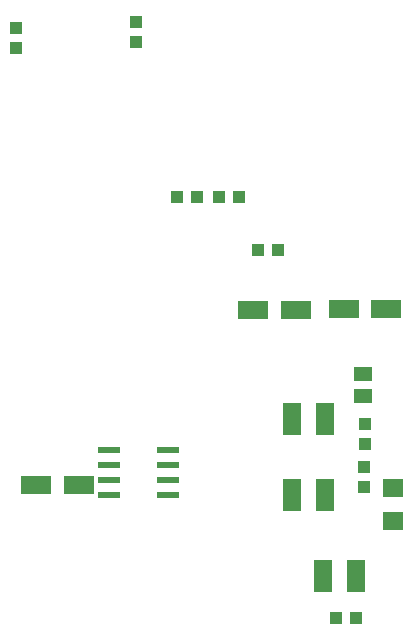
<source format=gbr>
G04 EAGLE Gerber RS-274X export*
G04 #@! %TF.Part,Single*
G04 #@! %TF.FileFunction,Paste,Top*
G04 #@! %TF.FilePolarity,Positive*
G04 #@! %TF.GenerationSoftware,Autodesk,EAGLE,9.1.0*
G04 #@! %TF.CreationDate,2018-07-26T08:16:40Z*
G75*
%MOMM*%
%FSLAX34Y34*%
%LPD*%
%AMOC8*
5,1,8,0,0,1.08239X$1,22.5*%
G01*
%ADD10R,1.968500X0.599100*%
%ADD11R,1.600000X2.700000*%
%ADD12R,1.500000X1.300000*%
%ADD13R,1.100000X1.000000*%
%ADD14R,1.000000X1.100000*%
%ADD15R,2.600000X1.600000*%
%ADD16R,1.800000X1.600000*%


D10*
X105889Y294804D03*
X105889Y282104D03*
X105889Y269404D03*
X105889Y256704D03*
X155357Y256704D03*
X155357Y269404D03*
X155357Y282104D03*
X155357Y294804D03*
D11*
X288625Y321501D03*
X260625Y321501D03*
D12*
X321064Y340392D03*
X321064Y359392D03*
D13*
X314894Y152742D03*
X297894Y152742D03*
D11*
X288911Y256934D03*
X260911Y256934D03*
D14*
X128800Y657385D03*
X128800Y640385D03*
D15*
X304414Y414406D03*
X340414Y414406D03*
X44226Y265617D03*
X80226Y265617D03*
D14*
X321749Y263527D03*
X321749Y280527D03*
D15*
X263730Y413378D03*
X227730Y413378D03*
D13*
X232227Y464612D03*
X249227Y464612D03*
D16*
X345869Y262940D03*
X345869Y234940D03*
D14*
X322089Y300171D03*
X322089Y317171D03*
D11*
X315170Y188514D03*
X287170Y188514D03*
D14*
X198600Y508792D03*
X215600Y508792D03*
X163585Y508848D03*
X180585Y508848D03*
D13*
X27273Y652480D03*
X27273Y635480D03*
M02*

</source>
